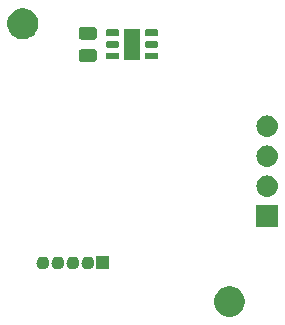
<source format=gbr>
G04 #@! TF.GenerationSoftware,KiCad,Pcbnew,(5.1.2)-1*
G04 #@! TF.CreationDate,2019-05-26T15:49:40+02:00*
G04 #@! TF.ProjectId,Dew Sensor,44657720-5365-46e7-936f-722e6b696361,rev?*
G04 #@! TF.SameCoordinates,Original*
G04 #@! TF.FileFunction,Soldermask,Top*
G04 #@! TF.FilePolarity,Negative*
%FSLAX46Y46*%
G04 Gerber Fmt 4.6, Leading zero omitted, Abs format (unit mm)*
G04 Created by KiCad (PCBNEW (5.1.2)-1) date 2019-05-26 15:49:40*
%MOMM*%
%LPD*%
G04 APERTURE LIST*
%ADD10C,0.100000*%
G04 APERTURE END LIST*
D10*
G36*
X215629196Y-134999958D02*
G01*
X215865783Y-135097956D01*
X216078702Y-135240224D01*
X216259776Y-135421298D01*
X216402044Y-135634217D01*
X216500042Y-135870804D01*
X216550000Y-136121962D01*
X216550000Y-136378038D01*
X216500042Y-136629196D01*
X216402044Y-136865783D01*
X216259776Y-137078702D01*
X216078702Y-137259776D01*
X215865783Y-137402044D01*
X215865782Y-137402045D01*
X215865781Y-137402045D01*
X215629196Y-137500042D01*
X215378039Y-137550000D01*
X215121961Y-137550000D01*
X214870804Y-137500042D01*
X214634219Y-137402045D01*
X214634218Y-137402045D01*
X214634217Y-137402044D01*
X214421298Y-137259776D01*
X214240224Y-137078702D01*
X214097956Y-136865783D01*
X213999958Y-136629196D01*
X213950000Y-136378038D01*
X213950000Y-136121962D01*
X213999958Y-135870804D01*
X214097956Y-135634217D01*
X214240224Y-135421298D01*
X214421298Y-135240224D01*
X214634217Y-135097956D01*
X214870804Y-134999958D01*
X215121961Y-134950000D01*
X215378039Y-134950000D01*
X215629196Y-134999958D01*
X215629196Y-134999958D01*
G37*
G36*
X205090000Y-133550000D02*
G01*
X203990000Y-133550000D01*
X203990000Y-132450000D01*
X205090000Y-132450000D01*
X205090000Y-133550000D01*
X205090000Y-133550000D01*
G37*
G36*
X199567819Y-132457958D02*
G01*
X199644518Y-132481225D01*
X199671498Y-132489409D01*
X199761577Y-132537558D01*
X199767042Y-132540479D01*
X199850790Y-132609210D01*
X199919521Y-132692958D01*
X199919522Y-132692960D01*
X199970591Y-132788502D01*
X199970592Y-132788506D01*
X200002042Y-132892181D01*
X200012661Y-133000000D01*
X200002042Y-133107819D01*
X199978775Y-133184518D01*
X199970591Y-133211498D01*
X199922442Y-133301577D01*
X199919521Y-133307042D01*
X199850790Y-133390790D01*
X199767042Y-133459521D01*
X199767040Y-133459522D01*
X199671498Y-133510591D01*
X199644518Y-133518775D01*
X199567819Y-133542042D01*
X199487018Y-133550000D01*
X199432982Y-133550000D01*
X199352181Y-133542042D01*
X199275482Y-133518775D01*
X199248502Y-133510591D01*
X199152960Y-133459522D01*
X199152958Y-133459521D01*
X199069210Y-133390790D01*
X199000479Y-133307042D01*
X198997558Y-133301577D01*
X198949409Y-133211498D01*
X198941225Y-133184518D01*
X198917958Y-133107819D01*
X198907339Y-133000000D01*
X198917958Y-132892181D01*
X198949408Y-132788506D01*
X198949409Y-132788502D01*
X199000478Y-132692960D01*
X199000479Y-132692958D01*
X199069210Y-132609210D01*
X199152958Y-132540479D01*
X199158423Y-132537558D01*
X199248502Y-132489409D01*
X199275482Y-132481225D01*
X199352181Y-132457958D01*
X199432982Y-132450000D01*
X199487018Y-132450000D01*
X199567819Y-132457958D01*
X199567819Y-132457958D01*
G37*
G36*
X200837819Y-132457958D02*
G01*
X200914518Y-132481225D01*
X200941498Y-132489409D01*
X201031577Y-132537558D01*
X201037042Y-132540479D01*
X201120790Y-132609210D01*
X201189521Y-132692958D01*
X201189522Y-132692960D01*
X201240591Y-132788502D01*
X201240592Y-132788506D01*
X201272042Y-132892181D01*
X201282661Y-133000000D01*
X201272042Y-133107819D01*
X201248775Y-133184518D01*
X201240591Y-133211498D01*
X201192442Y-133301577D01*
X201189521Y-133307042D01*
X201120790Y-133390790D01*
X201037042Y-133459521D01*
X201037040Y-133459522D01*
X200941498Y-133510591D01*
X200914518Y-133518775D01*
X200837819Y-133542042D01*
X200757018Y-133550000D01*
X200702982Y-133550000D01*
X200622181Y-133542042D01*
X200545482Y-133518775D01*
X200518502Y-133510591D01*
X200422960Y-133459522D01*
X200422958Y-133459521D01*
X200339210Y-133390790D01*
X200270479Y-133307042D01*
X200267558Y-133301577D01*
X200219409Y-133211498D01*
X200211225Y-133184518D01*
X200187958Y-133107819D01*
X200177339Y-133000000D01*
X200187958Y-132892181D01*
X200219408Y-132788506D01*
X200219409Y-132788502D01*
X200270478Y-132692960D01*
X200270479Y-132692958D01*
X200339210Y-132609210D01*
X200422958Y-132540479D01*
X200428423Y-132537558D01*
X200518502Y-132489409D01*
X200545482Y-132481225D01*
X200622181Y-132457958D01*
X200702982Y-132450000D01*
X200757018Y-132450000D01*
X200837819Y-132457958D01*
X200837819Y-132457958D01*
G37*
G36*
X202107819Y-132457958D02*
G01*
X202184518Y-132481225D01*
X202211498Y-132489409D01*
X202301577Y-132537558D01*
X202307042Y-132540479D01*
X202390790Y-132609210D01*
X202459521Y-132692958D01*
X202459522Y-132692960D01*
X202510591Y-132788502D01*
X202510592Y-132788506D01*
X202542042Y-132892181D01*
X202552661Y-133000000D01*
X202542042Y-133107819D01*
X202518775Y-133184518D01*
X202510591Y-133211498D01*
X202462442Y-133301577D01*
X202459521Y-133307042D01*
X202390790Y-133390790D01*
X202307042Y-133459521D01*
X202307040Y-133459522D01*
X202211498Y-133510591D01*
X202184518Y-133518775D01*
X202107819Y-133542042D01*
X202027018Y-133550000D01*
X201972982Y-133550000D01*
X201892181Y-133542042D01*
X201815482Y-133518775D01*
X201788502Y-133510591D01*
X201692960Y-133459522D01*
X201692958Y-133459521D01*
X201609210Y-133390790D01*
X201540479Y-133307042D01*
X201537558Y-133301577D01*
X201489409Y-133211498D01*
X201481225Y-133184518D01*
X201457958Y-133107819D01*
X201447339Y-133000000D01*
X201457958Y-132892181D01*
X201489408Y-132788506D01*
X201489409Y-132788502D01*
X201540478Y-132692960D01*
X201540479Y-132692958D01*
X201609210Y-132609210D01*
X201692958Y-132540479D01*
X201698423Y-132537558D01*
X201788502Y-132489409D01*
X201815482Y-132481225D01*
X201892181Y-132457958D01*
X201972982Y-132450000D01*
X202027018Y-132450000D01*
X202107819Y-132457958D01*
X202107819Y-132457958D01*
G37*
G36*
X203377819Y-132457958D02*
G01*
X203454518Y-132481225D01*
X203481498Y-132489409D01*
X203571577Y-132537558D01*
X203577042Y-132540479D01*
X203660790Y-132609210D01*
X203729521Y-132692958D01*
X203729522Y-132692960D01*
X203780591Y-132788502D01*
X203780592Y-132788506D01*
X203812042Y-132892181D01*
X203822661Y-133000000D01*
X203812042Y-133107819D01*
X203788775Y-133184518D01*
X203780591Y-133211498D01*
X203732442Y-133301577D01*
X203729521Y-133307042D01*
X203660790Y-133390790D01*
X203577042Y-133459521D01*
X203577040Y-133459522D01*
X203481498Y-133510591D01*
X203454518Y-133518775D01*
X203377819Y-133542042D01*
X203297018Y-133550000D01*
X203242982Y-133550000D01*
X203162181Y-133542042D01*
X203085482Y-133518775D01*
X203058502Y-133510591D01*
X202962960Y-133459522D01*
X202962958Y-133459521D01*
X202879210Y-133390790D01*
X202810479Y-133307042D01*
X202807558Y-133301577D01*
X202759409Y-133211498D01*
X202751225Y-133184518D01*
X202727958Y-133107819D01*
X202717339Y-133000000D01*
X202727958Y-132892181D01*
X202759408Y-132788506D01*
X202759409Y-132788502D01*
X202810478Y-132692960D01*
X202810479Y-132692958D01*
X202879210Y-132609210D01*
X202962958Y-132540479D01*
X202968423Y-132537558D01*
X203058502Y-132489409D01*
X203085482Y-132481225D01*
X203162181Y-132457958D01*
X203242982Y-132450000D01*
X203297018Y-132450000D01*
X203377819Y-132457958D01*
X203377819Y-132457958D01*
G37*
G36*
X219340000Y-129932000D02*
G01*
X217540000Y-129932000D01*
X217540000Y-128132000D01*
X219340000Y-128132000D01*
X219340000Y-129932000D01*
X219340000Y-129932000D01*
G37*
G36*
X218616431Y-125605023D02*
G01*
X218741939Y-125643096D01*
X218786085Y-125656487D01*
X218942431Y-125740056D01*
X219079475Y-125852525D01*
X219191944Y-125989569D01*
X219275513Y-126145915D01*
X219275514Y-126145919D01*
X219326977Y-126315569D01*
X219344354Y-126492000D01*
X219326977Y-126668431D01*
X219288904Y-126793939D01*
X219275513Y-126838085D01*
X219191944Y-126994431D01*
X219079475Y-127131475D01*
X218942431Y-127243944D01*
X218786085Y-127327513D01*
X218741939Y-127340904D01*
X218616431Y-127378977D01*
X218484207Y-127392000D01*
X218395793Y-127392000D01*
X218263569Y-127378977D01*
X218138061Y-127340904D01*
X218093915Y-127327513D01*
X217937569Y-127243944D01*
X217800525Y-127131475D01*
X217688056Y-126994431D01*
X217604487Y-126838085D01*
X217591096Y-126793939D01*
X217553023Y-126668431D01*
X217535646Y-126492000D01*
X217553023Y-126315569D01*
X217604486Y-126145919D01*
X217604487Y-126145915D01*
X217688056Y-125989569D01*
X217800525Y-125852525D01*
X217937569Y-125740056D01*
X218093915Y-125656487D01*
X218138061Y-125643096D01*
X218263569Y-125605023D01*
X218395793Y-125592000D01*
X218484207Y-125592000D01*
X218616431Y-125605023D01*
X218616431Y-125605023D01*
G37*
G36*
X218616431Y-123065023D02*
G01*
X218741939Y-123103096D01*
X218786085Y-123116487D01*
X218942431Y-123200056D01*
X219079475Y-123312525D01*
X219191944Y-123449569D01*
X219275513Y-123605915D01*
X219275514Y-123605919D01*
X219326977Y-123775569D01*
X219344354Y-123952000D01*
X219326977Y-124128431D01*
X219288904Y-124253939D01*
X219275513Y-124298085D01*
X219191944Y-124454431D01*
X219079475Y-124591475D01*
X218942431Y-124703944D01*
X218786085Y-124787513D01*
X218741939Y-124800904D01*
X218616431Y-124838977D01*
X218484207Y-124852000D01*
X218395793Y-124852000D01*
X218263569Y-124838977D01*
X218138061Y-124800904D01*
X218093915Y-124787513D01*
X217937569Y-124703944D01*
X217800525Y-124591475D01*
X217688056Y-124454431D01*
X217604487Y-124298085D01*
X217591096Y-124253939D01*
X217553023Y-124128431D01*
X217535646Y-123952000D01*
X217553023Y-123775569D01*
X217604486Y-123605919D01*
X217604487Y-123605915D01*
X217688056Y-123449569D01*
X217800525Y-123312525D01*
X217937569Y-123200056D01*
X218093915Y-123116487D01*
X218138061Y-123103096D01*
X218263569Y-123065023D01*
X218395793Y-123052000D01*
X218484207Y-123052000D01*
X218616431Y-123065023D01*
X218616431Y-123065023D01*
G37*
G36*
X218616431Y-120525023D02*
G01*
X218741939Y-120563096D01*
X218786085Y-120576487D01*
X218942431Y-120660056D01*
X219079475Y-120772525D01*
X219191944Y-120909569D01*
X219275513Y-121065915D01*
X219275514Y-121065919D01*
X219326977Y-121235569D01*
X219344354Y-121412000D01*
X219326977Y-121588431D01*
X219288904Y-121713939D01*
X219275513Y-121758085D01*
X219191944Y-121914431D01*
X219079475Y-122051475D01*
X218942431Y-122163944D01*
X218786085Y-122247513D01*
X218741939Y-122260904D01*
X218616431Y-122298977D01*
X218484207Y-122312000D01*
X218395793Y-122312000D01*
X218263569Y-122298977D01*
X218138061Y-122260904D01*
X218093915Y-122247513D01*
X217937569Y-122163944D01*
X217800525Y-122051475D01*
X217688056Y-121914431D01*
X217604487Y-121758085D01*
X217591096Y-121713939D01*
X217553023Y-121588431D01*
X217535646Y-121412000D01*
X217553023Y-121235569D01*
X217604486Y-121065919D01*
X217604487Y-121065915D01*
X217688056Y-120909569D01*
X217800525Y-120772525D01*
X217937569Y-120660056D01*
X218093915Y-120576487D01*
X218138061Y-120563096D01*
X218263569Y-120525023D01*
X218395793Y-120512000D01*
X218484207Y-120512000D01*
X218616431Y-120525023D01*
X218616431Y-120525023D01*
G37*
G36*
X203813795Y-114904799D02*
G01*
X203857102Y-114917937D01*
X203897026Y-114939276D01*
X203932012Y-114967988D01*
X203960724Y-115002974D01*
X203982063Y-115042898D01*
X203995201Y-115086205D01*
X204000000Y-115134935D01*
X204000000Y-115740065D01*
X203995201Y-115788795D01*
X203982063Y-115832102D01*
X203960724Y-115872026D01*
X203932012Y-115907012D01*
X203897026Y-115935724D01*
X203857102Y-115957063D01*
X203813795Y-115970201D01*
X203765065Y-115975000D01*
X202734935Y-115975000D01*
X202686205Y-115970201D01*
X202642898Y-115957063D01*
X202602974Y-115935724D01*
X202567988Y-115907012D01*
X202539276Y-115872026D01*
X202517937Y-115832102D01*
X202504799Y-115788795D01*
X202500000Y-115740065D01*
X202500000Y-115134935D01*
X202504799Y-115086205D01*
X202517937Y-115042898D01*
X202539276Y-115002974D01*
X202567988Y-114967988D01*
X202602974Y-114939276D01*
X202642898Y-114917937D01*
X202686205Y-114904799D01*
X202734935Y-114900000D01*
X203765065Y-114900000D01*
X203813795Y-114904799D01*
X203813795Y-114904799D01*
G37*
G36*
X207700000Y-115800000D02*
G01*
X206300000Y-115800000D01*
X206300000Y-113200000D01*
X207700000Y-113200000D01*
X207700000Y-115800000D01*
X207700000Y-115800000D01*
G37*
G36*
X205819438Y-115227278D02*
G01*
X205838130Y-115232948D01*
X205855355Y-115242155D01*
X205870454Y-115254546D01*
X205882845Y-115269645D01*
X205892052Y-115286870D01*
X205897722Y-115305562D01*
X205900000Y-115328687D01*
X205900000Y-115671313D01*
X205897722Y-115694438D01*
X205892052Y-115713130D01*
X205882845Y-115730355D01*
X205870454Y-115745454D01*
X205855355Y-115757845D01*
X205838130Y-115767052D01*
X205819438Y-115772722D01*
X205796313Y-115775000D01*
X204903687Y-115775000D01*
X204880562Y-115772722D01*
X204861870Y-115767052D01*
X204844645Y-115757845D01*
X204829546Y-115745454D01*
X204817155Y-115730355D01*
X204807948Y-115713130D01*
X204802278Y-115694438D01*
X204800000Y-115671313D01*
X204800000Y-115328687D01*
X204802278Y-115305562D01*
X204807948Y-115286870D01*
X204817155Y-115269645D01*
X204829546Y-115254546D01*
X204844645Y-115242155D01*
X204861870Y-115232948D01*
X204880562Y-115227278D01*
X204903687Y-115225000D01*
X205796313Y-115225000D01*
X205819438Y-115227278D01*
X205819438Y-115227278D01*
G37*
G36*
X209119438Y-115227278D02*
G01*
X209138130Y-115232948D01*
X209155355Y-115242155D01*
X209170454Y-115254546D01*
X209182845Y-115269645D01*
X209192052Y-115286870D01*
X209197722Y-115305562D01*
X209200000Y-115328687D01*
X209200000Y-115671313D01*
X209197722Y-115694438D01*
X209192052Y-115713130D01*
X209182845Y-115730355D01*
X209170454Y-115745454D01*
X209155355Y-115757845D01*
X209138130Y-115767052D01*
X209119438Y-115772722D01*
X209096313Y-115775000D01*
X208203687Y-115775000D01*
X208180562Y-115772722D01*
X208161870Y-115767052D01*
X208144645Y-115757845D01*
X208129546Y-115745454D01*
X208117155Y-115730355D01*
X208107948Y-115713130D01*
X208102278Y-115694438D01*
X208100000Y-115671313D01*
X208100000Y-115328687D01*
X208102278Y-115305562D01*
X208107948Y-115286870D01*
X208117155Y-115269645D01*
X208129546Y-115254546D01*
X208144645Y-115242155D01*
X208161870Y-115232948D01*
X208180562Y-115227278D01*
X208203687Y-115225000D01*
X209096313Y-115225000D01*
X209119438Y-115227278D01*
X209119438Y-115227278D01*
G37*
G36*
X209119438Y-114227278D02*
G01*
X209138130Y-114232948D01*
X209155355Y-114242155D01*
X209170454Y-114254546D01*
X209182845Y-114269645D01*
X209192052Y-114286870D01*
X209197722Y-114305562D01*
X209200000Y-114328687D01*
X209200000Y-114671313D01*
X209197722Y-114694438D01*
X209192052Y-114713130D01*
X209182845Y-114730355D01*
X209170454Y-114745454D01*
X209155355Y-114757845D01*
X209138130Y-114767052D01*
X209119438Y-114772722D01*
X209096313Y-114775000D01*
X208203687Y-114775000D01*
X208180562Y-114772722D01*
X208161870Y-114767052D01*
X208144645Y-114757845D01*
X208129546Y-114745454D01*
X208117155Y-114730355D01*
X208107948Y-114713130D01*
X208102278Y-114694438D01*
X208100000Y-114671313D01*
X208100000Y-114328687D01*
X208102278Y-114305562D01*
X208107948Y-114286870D01*
X208117155Y-114269645D01*
X208129546Y-114254546D01*
X208144645Y-114242155D01*
X208161870Y-114232948D01*
X208180562Y-114227278D01*
X208203687Y-114225000D01*
X209096313Y-114225000D01*
X209119438Y-114227278D01*
X209119438Y-114227278D01*
G37*
G36*
X205819438Y-114227278D02*
G01*
X205838130Y-114232948D01*
X205855355Y-114242155D01*
X205870454Y-114254546D01*
X205882845Y-114269645D01*
X205892052Y-114286870D01*
X205897722Y-114305562D01*
X205900000Y-114328687D01*
X205900000Y-114671313D01*
X205897722Y-114694438D01*
X205892052Y-114713130D01*
X205882845Y-114730355D01*
X205870454Y-114745454D01*
X205855355Y-114757845D01*
X205838130Y-114767052D01*
X205819438Y-114772722D01*
X205796313Y-114775000D01*
X204903687Y-114775000D01*
X204880562Y-114772722D01*
X204861870Y-114767052D01*
X204844645Y-114757845D01*
X204829546Y-114745454D01*
X204817155Y-114730355D01*
X204807948Y-114713130D01*
X204802278Y-114694438D01*
X204800000Y-114671313D01*
X204800000Y-114328687D01*
X204802278Y-114305562D01*
X204807948Y-114286870D01*
X204817155Y-114269645D01*
X204829546Y-114254546D01*
X204844645Y-114242155D01*
X204861870Y-114232948D01*
X204880562Y-114227278D01*
X204903687Y-114225000D01*
X205796313Y-114225000D01*
X205819438Y-114227278D01*
X205819438Y-114227278D01*
G37*
G36*
X203813795Y-113029799D02*
G01*
X203857102Y-113042937D01*
X203897026Y-113064276D01*
X203932012Y-113092988D01*
X203960724Y-113127974D01*
X203982063Y-113167898D01*
X203995201Y-113211205D01*
X204000000Y-113259935D01*
X204000000Y-113865065D01*
X203995201Y-113913795D01*
X203982063Y-113957102D01*
X203960724Y-113997026D01*
X203932012Y-114032012D01*
X203897026Y-114060724D01*
X203857102Y-114082063D01*
X203813795Y-114095201D01*
X203765065Y-114100000D01*
X202734935Y-114100000D01*
X202686205Y-114095201D01*
X202642898Y-114082063D01*
X202602974Y-114060724D01*
X202567988Y-114032012D01*
X202539276Y-113997026D01*
X202517937Y-113957102D01*
X202504799Y-113913795D01*
X202500000Y-113865065D01*
X202500000Y-113259935D01*
X202504799Y-113211205D01*
X202517937Y-113167898D01*
X202539276Y-113127974D01*
X202567988Y-113092988D01*
X202602974Y-113064276D01*
X202642898Y-113042937D01*
X202686205Y-113029799D01*
X202734935Y-113025000D01*
X203765065Y-113025000D01*
X203813795Y-113029799D01*
X203813795Y-113029799D01*
G37*
G36*
X198129196Y-111499958D02*
G01*
X198365783Y-111597956D01*
X198578702Y-111740224D01*
X198759776Y-111921298D01*
X198902045Y-112134219D01*
X199000042Y-112370804D01*
X199050000Y-112621961D01*
X199050000Y-112878039D01*
X199000042Y-113129196D01*
X198925200Y-113309881D01*
X198902044Y-113365783D01*
X198759776Y-113578702D01*
X198578702Y-113759776D01*
X198365783Y-113902044D01*
X198365782Y-113902045D01*
X198365781Y-113902045D01*
X198129196Y-114000042D01*
X197878039Y-114050000D01*
X197621961Y-114050000D01*
X197370804Y-114000042D01*
X197134219Y-113902045D01*
X197134218Y-113902045D01*
X197134217Y-113902044D01*
X196921298Y-113759776D01*
X196740224Y-113578702D01*
X196597956Y-113365783D01*
X196574801Y-113309881D01*
X196499958Y-113129196D01*
X196450000Y-112878039D01*
X196450000Y-112621961D01*
X196499958Y-112370804D01*
X196597955Y-112134219D01*
X196740224Y-111921298D01*
X196921298Y-111740224D01*
X197134217Y-111597956D01*
X197370804Y-111499958D01*
X197621961Y-111450000D01*
X197878039Y-111450000D01*
X198129196Y-111499958D01*
X198129196Y-111499958D01*
G37*
G36*
X209119438Y-113227278D02*
G01*
X209138130Y-113232948D01*
X209155355Y-113242155D01*
X209170454Y-113254546D01*
X209182845Y-113269645D01*
X209192052Y-113286870D01*
X209197722Y-113305562D01*
X209200000Y-113328687D01*
X209200000Y-113671313D01*
X209197722Y-113694438D01*
X209192052Y-113713130D01*
X209182845Y-113730355D01*
X209170454Y-113745454D01*
X209155355Y-113757845D01*
X209138130Y-113767052D01*
X209119438Y-113772722D01*
X209096313Y-113775000D01*
X208203687Y-113775000D01*
X208180562Y-113772722D01*
X208161870Y-113767052D01*
X208144645Y-113757845D01*
X208129546Y-113745454D01*
X208117155Y-113730355D01*
X208107948Y-113713130D01*
X208102278Y-113694438D01*
X208100000Y-113671313D01*
X208100000Y-113328687D01*
X208102278Y-113305562D01*
X208107948Y-113286870D01*
X208117155Y-113269645D01*
X208129546Y-113254546D01*
X208144645Y-113242155D01*
X208161870Y-113232948D01*
X208180562Y-113227278D01*
X208203687Y-113225000D01*
X209096313Y-113225000D01*
X209119438Y-113227278D01*
X209119438Y-113227278D01*
G37*
G36*
X205819438Y-113227278D02*
G01*
X205838130Y-113232948D01*
X205855355Y-113242155D01*
X205870454Y-113254546D01*
X205882845Y-113269645D01*
X205892052Y-113286870D01*
X205897722Y-113305562D01*
X205900000Y-113328687D01*
X205900000Y-113671313D01*
X205897722Y-113694438D01*
X205892052Y-113713130D01*
X205882845Y-113730355D01*
X205870454Y-113745454D01*
X205855355Y-113757845D01*
X205838130Y-113767052D01*
X205819438Y-113772722D01*
X205796313Y-113775000D01*
X204903687Y-113775000D01*
X204880562Y-113772722D01*
X204861870Y-113767052D01*
X204844645Y-113757845D01*
X204829546Y-113745454D01*
X204817155Y-113730355D01*
X204807948Y-113713130D01*
X204802278Y-113694438D01*
X204800000Y-113671313D01*
X204800000Y-113328687D01*
X204802278Y-113305562D01*
X204807948Y-113286870D01*
X204817155Y-113269645D01*
X204829546Y-113254546D01*
X204844645Y-113242155D01*
X204861870Y-113232948D01*
X204880562Y-113227278D01*
X204903687Y-113225000D01*
X205796313Y-113225000D01*
X205819438Y-113227278D01*
X205819438Y-113227278D01*
G37*
M02*

</source>
